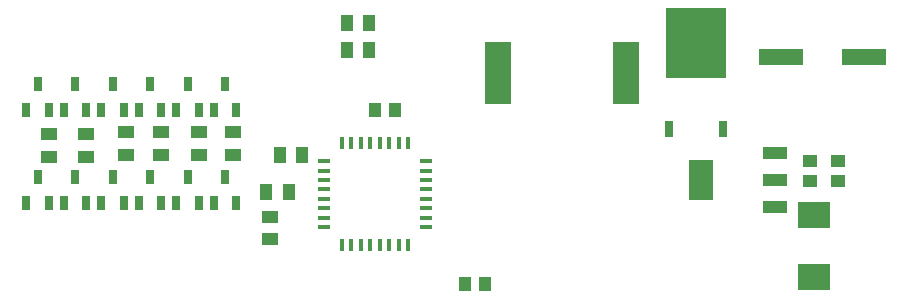
<source format=gbr>
G04 DipTrace 3.0.0.1*
G04 TopPaste.gbr*
%MOIN*%
G04 #@! TF.FileFunction,Paste,Top*
G04 #@! TF.Part,Single*
%ADD75R,0.031496X0.047244*%
%ADD77R,0.204724X0.23622*%
%ADD79R,0.031496X0.055118*%
%ADD83R,0.055118X0.043307*%
%ADD85R,0.043307X0.055118*%
%ADD91R,0.090551X0.208661*%
%ADD97R,0.07874X0.133858*%
%ADD99R,0.080126X0.040126*%
%ADD101R,0.042126X0.014126*%
%ADD103R,0.014126X0.042126*%
%ADD105R,0.110236X0.090551*%
%ADD109R,0.051181X0.043307*%
%ADD111R,0.043307X0.051181*%
%ADD115R,0.149606X0.055118*%
%FSLAX26Y26*%
G04*
G70*
G90*
G75*
G01*
G04 TopPaste*
%LPD*%
D115*
X3924961Y1756392D3*
X3645433D3*
D111*
X2361651Y1579969D3*
X2294722D3*
D109*
X3744045Y1343601D3*
Y1410530D3*
X3837785Y1343601D3*
Y1410530D3*
D111*
X2594165Y999887D3*
X2661094D3*
D105*
X3756543Y1024885D3*
Y1231577D3*
D103*
X2183474Y1131146D3*
X2214970D3*
X2246466D3*
X2277962D3*
X2309458D3*
X2340954D3*
X2372450D3*
X2403946D3*
D101*
X2462710Y1189909D3*
Y1221406D3*
Y1252902D3*
Y1284398D3*
Y1315894D3*
Y1347390D3*
Y1378886D3*
Y1410382D3*
D103*
X2403946Y1469146D3*
X2372450D3*
X2340954D3*
X2309458D3*
X2277962D3*
X2246466D3*
X2214970D3*
X2183474D3*
D101*
X2124710Y1410382D3*
Y1378886D3*
Y1347390D3*
Y1315894D3*
Y1284398D3*
Y1252902D3*
Y1221406D3*
Y1189909D3*
D99*
X3625307Y1256110D3*
Y1347110D3*
Y1438110D3*
D97*
X3381299Y1347110D3*
D91*
X2702273Y1705260D3*
X3131407D3*
D85*
X2274864Y1868894D3*
X2200060D3*
X2274864Y1781398D3*
X2200060D3*
D83*
X1462458Y1431484D3*
Y1506287D3*
X1581210Y1431488D3*
Y1506291D3*
X1706210Y1431488D3*
Y1506291D3*
X1818710Y1431392D3*
Y1506196D3*
X1206210Y1425236D3*
Y1500039D3*
X1331206Y1425240D3*
Y1500043D3*
D85*
X2049959Y1431391D3*
X1975156D3*
X2006210Y1306392D3*
X1931407D3*
D83*
X1943710Y1225142D3*
Y1150339D3*
D79*
X3272698Y1517421D3*
X3452226D3*
D77*
X3362462Y1804823D3*
D75*
X1131304Y1581835D3*
X1168706Y1668449D3*
X1206108Y1581835D3*
X1256304D3*
X1293706Y1668449D3*
X1331108Y1581835D3*
X1381312Y1581831D3*
X1418714Y1668445D3*
X1456115Y1581831D3*
X1506301Y1581835D3*
X1543702Y1668449D3*
X1581104Y1581835D3*
X1631304Y1581839D3*
X1668706Y1668453D3*
X1706108Y1581839D3*
X1756308Y1581835D3*
X1793710Y1668449D3*
X1831112Y1581835D3*
X1131304Y1269331D3*
X1168706Y1355945D3*
X1206108Y1269331D3*
X1256301D3*
X1293702Y1355945D3*
X1331104Y1269331D3*
X1381304D3*
X1418706Y1355945D3*
X1456108Y1269331D3*
X1506301Y1269335D3*
X1543702Y1355949D3*
X1581104Y1269335D3*
X1631308D3*
X1668710Y1355949D3*
X1706112Y1269335D3*
X1756308D3*
X1793710Y1355949D3*
X1831112Y1269335D3*
M02*

</source>
